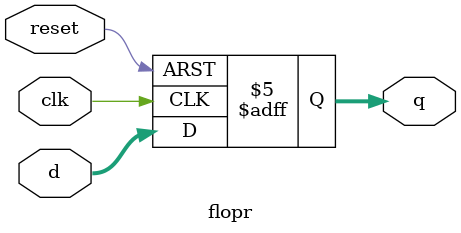
<source format=sv>
module matrixB #(
    parameter integer stride = 4,
    parameter integer width = 32
) (
    input logic rden, clk, rst_n,
    output logic [31:0] d0, d1, d2, d3
);
    logic rden_r0, rden_r1, rden_r2, rden_r3;

    logic [31:0] mem [15:0];

    initial begin
        $readmemh("dmatrixB.txt", mem);
    end

    logic [31:0] block0 [3:0];
    logic [31:0] block1 [3:0];
    logic [31:0] block2 [3:0];
    logic [31:0] block3 [3:0];

    logic [1:0] index, index_b0, index_b1, index_b2, index_b3;

    // Assign blocks from memory using a loop
    always_comb begin
        for (int i = 0; i < 4; i++) begin
            block0[i] = mem[i*stride];
            block1[i] = mem[i*stride + 1];
            block2[i] = mem[i*stride + 2];
            block3[i] = mem[i*stride + 3];
        end
    end

    assign rden_r0 = rden;
    assign index_b0 = index;
    flopr #(3) row1 (clk, rst_n, {rden_r0, index_b0}, {rden_r1, index_b1});
    flopr #(3) row2 (clk, rst_n, {rden_r1, index_b1}, {rden_r2, index_b2});
    flopr #(3) row3 (clk, rst_n, {rden_r2, index_b2}, {rden_r3, index_b3});

    always_ff @(posedge clk or negedge rst_n) begin
        if (!rst_n) begin
            d0 <= 32'b0;
            d1 <= 32'b0;
            d2 <= 32'b0;
            d3 <= 32'b0;
            index <= 2'b0;
        end else begin
            if (rden)   
                index <= index + 1'b1;

            if (rden_r0) 
                d0 <= block0[index_b0];
            else 
                d0 <= 32'b0;
                
            if (rden_r1) 
                d1 <= block1[index_b1];
            else 
                d1 <= 32'b0;

            if (rden_r2) 
                d2 <= block2[index_b2];
            else 
                d2 <= 32'b0;

            if (rden_r3) 
                d3 <= block3[index_b3];
            else 
                d3 <= 32'b0; 
        end
    end
endmodule

module flopr #(parameter WIDTH = 8)
    (input logic clk, reset,
    input logic [WIDTH-1:0] d,
    output logic [WIDTH-1:0] q);
    always_ff @(posedge clk or negedge reset)
    if (!reset) q <= 0;
    else q <= d;
endmodule

</source>
